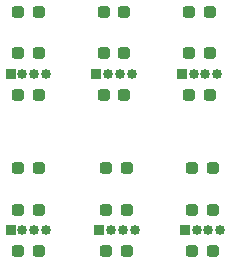
<source format=gbr>
%TF.GenerationSoftware,KiCad,Pcbnew,9.0.0*%
%TF.CreationDate,2025-03-29T16:04:54-07:00*%
%TF.ProjectId,SignalHead3,5369676e-616c-4486-9561-64332e6b6963,n/c*%
%TF.SameCoordinates,Original*%
%TF.FileFunction,Soldermask,Top*%
%TF.FilePolarity,Negative*%
%FSLAX46Y46*%
G04 Gerber Fmt 4.6, Leading zero omitted, Abs format (unit mm)*
G04 Created by KiCad (PCBNEW 9.0.0) date 2025-03-29 16:04:54*
%MOMM*%
%LPD*%
G01*
G04 APERTURE LIST*
G04 Aperture macros list*
%AMRoundRect*
0 Rectangle with rounded corners*
0 $1 Rounding radius*
0 $2 $3 $4 $5 $6 $7 $8 $9 X,Y pos of 4 corners*
0 Add a 4 corners polygon primitive as box body*
4,1,4,$2,$3,$4,$5,$6,$7,$8,$9,$2,$3,0*
0 Add four circle primitives for the rounded corners*
1,1,$1+$1,$2,$3*
1,1,$1+$1,$4,$5*
1,1,$1+$1,$6,$7*
1,1,$1+$1,$8,$9*
0 Add four rect primitives between the rounded corners*
20,1,$1+$1,$2,$3,$4,$5,0*
20,1,$1+$1,$4,$5,$6,$7,0*
20,1,$1+$1,$6,$7,$8,$9,0*
20,1,$1+$1,$8,$9,$2,$3,0*%
G04 Aperture macros list end*
%ADD10R,0.850000X0.850000*%
%ADD11O,0.850000X0.850000*%
%ADD12RoundRect,0.237500X-0.287500X-0.237500X0.287500X-0.237500X0.287500X0.237500X-0.287500X0.237500X0*%
G04 APERTURE END LIST*
D10*
%TO.C,J1*%
X143250000Y-128500000D03*
D11*
X144250000Y-128500000D03*
X145250000Y-128500000D03*
X146250000Y-128500000D03*
%TD*%
D12*
%TO.C,D2*%
X143875000Y-126750000D03*
X145625000Y-126750000D03*
%TD*%
%TO.C,D3*%
X143875000Y-130250000D03*
X145625000Y-130250000D03*
%TD*%
%TO.C,D1*%
X143875000Y-123250000D03*
X145625000Y-123250000D03*
%TD*%
D10*
%TO.C,J1*%
X136000000Y-128500000D03*
D11*
X137000000Y-128500000D03*
X138000000Y-128500000D03*
X139000000Y-128500000D03*
%TD*%
D12*
%TO.C,D2*%
X136625000Y-126750000D03*
X138375000Y-126750000D03*
%TD*%
%TO.C,D3*%
X136625000Y-130250000D03*
X138375000Y-130250000D03*
%TD*%
%TO.C,D1*%
X136625000Y-123250000D03*
X138375000Y-123250000D03*
%TD*%
D10*
%TO.C,J1*%
X128500000Y-128500000D03*
D11*
X129500000Y-128500000D03*
X130500000Y-128500000D03*
X131500000Y-128500000D03*
%TD*%
D12*
%TO.C,D2*%
X129125000Y-126750000D03*
X130875000Y-126750000D03*
%TD*%
%TO.C,D1*%
X129125000Y-123250000D03*
X130875000Y-123250000D03*
%TD*%
%TO.C,D3*%
X129125000Y-130250000D03*
X130875000Y-130250000D03*
%TD*%
%TO.C,D3*%
X143625000Y-117000000D03*
X145375000Y-117000000D03*
%TD*%
D10*
%TO.C,J1*%
X143000000Y-115250000D03*
D11*
X144000000Y-115250000D03*
X145000000Y-115250000D03*
X146000000Y-115250000D03*
%TD*%
D12*
%TO.C,D1*%
X143625000Y-110000000D03*
X145375000Y-110000000D03*
%TD*%
%TO.C,D2*%
X143625000Y-113500000D03*
X145375000Y-113500000D03*
%TD*%
D10*
%TO.C,J1*%
X135750000Y-115250000D03*
D11*
X136750000Y-115250000D03*
X137750000Y-115250000D03*
X138750000Y-115250000D03*
%TD*%
D12*
%TO.C,D3*%
X136375000Y-117000000D03*
X138125000Y-117000000D03*
%TD*%
%TO.C,D1*%
X136375000Y-110000000D03*
X138125000Y-110000000D03*
%TD*%
%TO.C,D2*%
X136375000Y-113500000D03*
X138125000Y-113500000D03*
%TD*%
%TO.C,D2*%
X129125000Y-113500000D03*
X130875000Y-113500000D03*
%TD*%
%TO.C,D1*%
X129125000Y-110000000D03*
X130875000Y-110000000D03*
%TD*%
%TO.C,D3*%
X129125000Y-117000000D03*
X130875000Y-117000000D03*
%TD*%
D10*
%TO.C,J1*%
X128500000Y-115250000D03*
D11*
X129500000Y-115250000D03*
X130500000Y-115250000D03*
X131500000Y-115250000D03*
%TD*%
M02*

</source>
